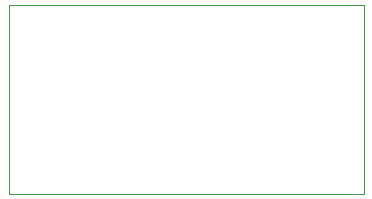
<source format=gbr>
%TF.GenerationSoftware,KiCad,Pcbnew,9.0.1*%
%TF.CreationDate,2025-06-02T23:11:02-07:00*%
%TF.ProjectId,vmon,766d6f6e-2e6b-4696-9361-645f70636258,rev?*%
%TF.SameCoordinates,PXe4e1c0PY121eac0*%
%TF.FileFunction,Profile,NP*%
%FSLAX46Y46*%
G04 Gerber Fmt 4.6, Leading zero omitted, Abs format (unit mm)*
G04 Created by KiCad (PCBNEW 9.0.1) date 2025-06-02 23:11:02*
%MOMM*%
%LPD*%
G01*
G04 APERTURE LIST*
%TA.AperFunction,Profile*%
%ADD10C,0.050000*%
%TD*%
G04 APERTURE END LIST*
D10*
X0Y0D02*
X30000000Y0D01*
X30000000Y-16000000D01*
X0Y-16000000D01*
X0Y0D01*
M02*

</source>
